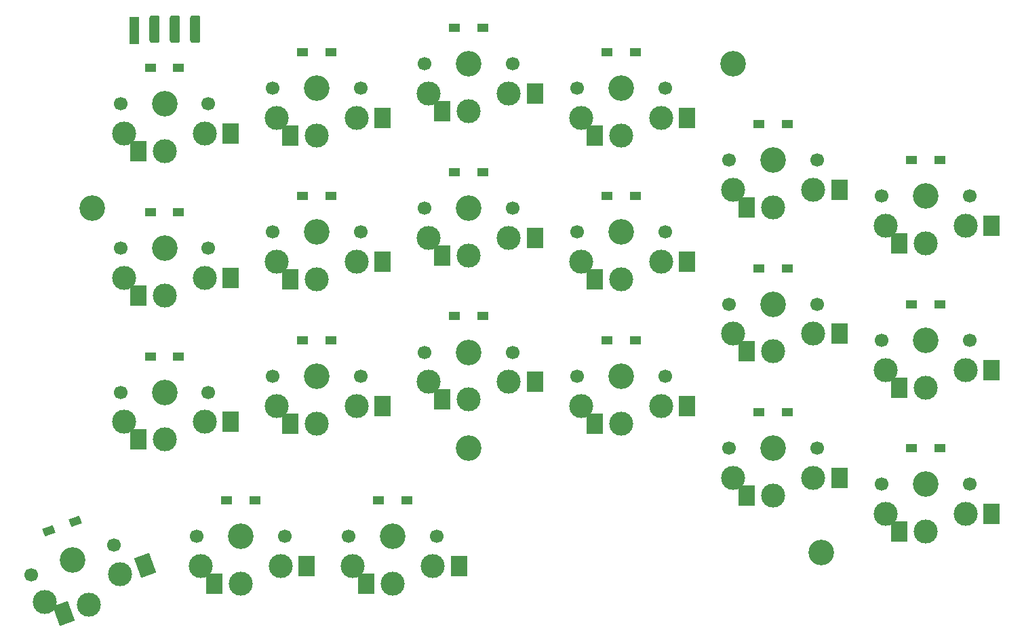
<source format=gts>
%TF.GenerationSoftware,KiCad,Pcbnew,(7.0.0-0)*%
%TF.CreationDate,2023-03-13T10:44:32+08:00*%
%TF.ProjectId,Input,496e7075-742e-46b6-9963-61645f706362,1*%
%TF.SameCoordinates,PX7bfa480PY6052340*%
%TF.FileFunction,Soldermask,Top*%
%TF.FilePolarity,Negative*%
%FSLAX46Y46*%
G04 Gerber Fmt 4.6, Leading zero omitted, Abs format (unit mm)*
G04 Created by KiCad (PCBNEW (7.0.0-0)) date 2023-03-13 10:44:32*
%MOMM*%
%LPD*%
G01*
G04 APERTURE LIST*
G04 Aperture macros list*
%AMRoundRect*
0 Rectangle with rounded corners*
0 $1 Rounding radius*
0 $2 $3 $4 $5 $6 $7 $8 $9 X,Y pos of 4 corners*
0 Add a 4 corners polygon primitive as box body*
4,1,4,$2,$3,$4,$5,$6,$7,$8,$9,$2,$3,0*
0 Add four circle primitives for the rounded corners*
1,1,$1+$1,$2,$3*
1,1,$1+$1,$4,$5*
1,1,$1+$1,$6,$7*
1,1,$1+$1,$8,$9*
0 Add four rect primitives between the rounded corners*
20,1,$1+$1,$2,$3,$4,$5,0*
20,1,$1+$1,$4,$5,$6,$7,0*
20,1,$1+$1,$6,$7,$8,$9,0*
20,1,$1+$1,$8,$9,$2,$3,0*%
%AMRotRect*
0 Rectangle, with rotation*
0 The origin of the aperture is its center*
0 $1 length*
0 $2 width*
0 $3 Rotation angle, in degrees counterclockwise*
0 Add horizontal line*
21,1,$1,$2,0,0,$3*%
G04 Aperture macros list end*
%ADD10C,3.000000*%
%ADD11R,2.000000X2.600000*%
%ADD12C,3.200000*%
%ADD13R,1.400000X1.000000*%
%ADD14RotRect,1.400000X1.000000X20.000000*%
%ADD15R,1.270000X3.429000*%
%ADD16RoundRect,0.317500X-0.317500X-1.397000X0.317500X-1.397000X0.317500X1.397000X-0.317500X1.397000X0*%
%ADD17RotRect,2.000000X2.600000X200.000000*%
%ADD18C,1.700000*%
G04 APERTURE END LIST*
D10*
%TO.C,SW17*%
X24000000Y16300000D03*
D11*
X27254999Y16299999D03*
X15697999Y14099999D03*
%TD*%
D12*
%TO.C,H1*%
X38000000Y-25000000D03*
%TD*%
D10*
%TO.C,SW29*%
X24000000Y-1700000D03*
D11*
X27254999Y-1699999D03*
X15697999Y-3899999D03*
%TD*%
D13*
%TO.C,D27*%
X55224999Y6499999D03*
X58774999Y6499999D03*
%TD*%
%TO.C,D18*%
X-1774999Y22499999D03*
X1774999Y22499999D03*
%TD*%
D10*
%TO.C,SW15*%
X62000000Y16300000D03*
D11*
X65254999Y16299999D03*
X53697999Y14099999D03*
%TD*%
D13*
%TO.C,D15*%
X55224999Y24499999D03*
X58774999Y24499999D03*
%TD*%
%TO.C,D37*%
X93224999Y-24999999D03*
X96774999Y-24999999D03*
%TD*%
%TO.C,D52*%
X26724999Y-31499999D03*
X30274999Y-31499999D03*
%TD*%
%TO.C,D16*%
X36224999Y27499999D03*
X39774999Y27499999D03*
%TD*%
D10*
%TO.C,SW26*%
X81000000Y-10700000D03*
D11*
X84254999Y-10699999D03*
X72697999Y-12899999D03*
%TD*%
D10*
%TO.C,SW38*%
X81000000Y-28700000D03*
D11*
X84254999Y-28699999D03*
X72697999Y-30899999D03*
%TD*%
D14*
%TO.C,D54*%
X-14467953Y-35307085D03*
X-11132045Y-34092913D03*
%TD*%
D10*
%TO.C,SW27*%
X62000000Y-1700000D03*
D11*
X65254999Y-1699999D03*
X53697999Y-3899999D03*
%TD*%
D13*
%TO.C,D53*%
X7724999Y-31499999D03*
X11274999Y-31499999D03*
%TD*%
%TO.C,D39*%
X55224999Y-11499999D03*
X58774999Y-11499999D03*
%TD*%
D10*
%TO.C,SW52*%
X33500000Y-39700000D03*
D11*
X36754999Y-39699999D03*
X25197999Y-41899999D03*
%TD*%
D13*
%TO.C,D42*%
X-1774999Y-13499999D03*
X1774999Y-13499999D03*
%TD*%
%TO.C,D30*%
X-1774999Y4499999D03*
X1774999Y4499999D03*
%TD*%
D10*
%TO.C,SW13*%
X100000000Y2800000D03*
D11*
X103254999Y2799999D03*
X91697999Y599999D03*
%TD*%
D13*
%TO.C,D28*%
X36224999Y9499999D03*
X39774999Y9499999D03*
%TD*%
D10*
%TO.C,SW28*%
X43000000Y1300000D03*
D11*
X46254999Y1299999D03*
X34697999Y-899999D03*
%TD*%
D12*
%TO.C,H2*%
X82000000Y-38000000D03*
%TD*%
D13*
%TO.C,D13*%
X93224999Y10999999D03*
X96774999Y10999999D03*
%TD*%
D10*
%TO.C,SW42*%
X5000000Y-21700000D03*
D11*
X8254999Y-21699999D03*
X-3301999Y-23899999D03*
%TD*%
D10*
%TO.C,SW14*%
X81000000Y7300000D03*
D11*
X84254999Y7299999D03*
X72697999Y5099999D03*
%TD*%
D10*
%TO.C,SW30*%
X5000000Y-3700000D03*
D11*
X8254999Y-3699999D03*
X-3301999Y-5899999D03*
%TD*%
D12*
%TO.C,H3*%
X71000000Y23000000D03*
%TD*%
D15*
%TO.C,J1*%
X-3809999Y27221999D03*
D16*
X-1270000Y27349000D03*
X1270000Y27349000D03*
X3810000Y27349000D03*
%TD*%
D13*
%TO.C,D26*%
X74224999Y-2499999D03*
X77774999Y-2499999D03*
%TD*%
D10*
%TO.C,SW53*%
X14499996Y-39700000D03*
D11*
X17754995Y-39699999D03*
X6197995Y-41899999D03*
%TD*%
D12*
%TO.C,H4*%
X-9000000Y5000000D03*
%TD*%
D10*
%TO.C,SW18*%
X5000000Y14300000D03*
D11*
X8254999Y14299999D03*
X-3301999Y12099999D03*
%TD*%
D10*
%TO.C,SW40*%
X43000000Y-16700000D03*
D11*
X46254999Y-16699999D03*
X34697999Y-18899999D03*
%TD*%
D10*
%TO.C,SW41*%
X24000000Y-19700000D03*
D11*
X27254999Y-19699999D03*
X15697999Y-21899999D03*
%TD*%
D13*
%TO.C,D14*%
X74224999Y15499999D03*
X77774999Y15499999D03*
%TD*%
%TO.C,D17*%
X17224999Y24499999D03*
X20774999Y24499999D03*
%TD*%
D10*
%TO.C,SW39*%
X62000000Y-19700000D03*
D11*
X65254999Y-19699999D03*
X53697999Y-21899999D03*
%TD*%
D13*
%TO.C,D40*%
X36224999Y-8499999D03*
X39774999Y-8499999D03*
%TD*%
D10*
%TO.C,SW25*%
X100000000Y-15200000D03*
D11*
X103254999Y-15199999D03*
X91697999Y-17399999D03*
%TD*%
D13*
%TO.C,D29*%
X17224999Y6499999D03*
X20774999Y6499999D03*
%TD*%
%TO.C,D25*%
X93224999Y-6999999D03*
X96774999Y-6999999D03*
%TD*%
D10*
%TO.C,SW16*%
X43000000Y19300000D03*
D11*
X46254999Y19299999D03*
X34697999Y17099999D03*
%TD*%
D10*
%TO.C,SW54*%
X-5506062Y-40730762D03*
D17*
X-2447362Y-39617485D03*
X-12554945Y-45637536D03*
%TD*%
D10*
%TO.C,SW37*%
X100000000Y-33200000D03*
D11*
X103254999Y-33199999D03*
X91697999Y-35399999D03*
%TD*%
D13*
%TO.C,D38*%
X74224999Y-20499999D03*
X77774999Y-20499999D03*
%TD*%
%TO.C,D41*%
X17224999Y-11499999D03*
X20774999Y-11499999D03*
%TD*%
D18*
%TO.C,SW20*%
X24500000Y20000000D03*
D10*
X19000000Y14100000D03*
D12*
X19000000Y20000000D03*
D10*
X14000000Y16300000D03*
D18*
X13500000Y20000000D03*
%TD*%
%TO.C,SW22*%
X62500000Y20000000D03*
D10*
X57000000Y14100000D03*
D12*
X57000000Y20000000D03*
D10*
X52000000Y16300000D03*
D18*
X51500000Y20000000D03*
%TD*%
%TO.C,SW44*%
X24500000Y-16000000D03*
D10*
X19000000Y-21900000D03*
D12*
X19000000Y-16000000D03*
D10*
X14000000Y-19700000D03*
D18*
X13500000Y-16000000D03*
%TD*%
%TO.C,SW36*%
X100500000Y-11500000D03*
D10*
X95000000Y-17400000D03*
D12*
X95000000Y-11500000D03*
D10*
X90000000Y-15200000D03*
D18*
X89500000Y-11500000D03*
%TD*%
%TO.C,SW34*%
X62500000Y2000000D03*
D10*
X57000000Y-3900000D03*
D12*
X57000000Y2000000D03*
D10*
X52000000Y-1700000D03*
D18*
X51500000Y2000000D03*
%TD*%
%TO.C,SW55*%
X-6301691Y-37082889D03*
D10*
X-9452081Y-44508186D03*
D12*
X-11470000Y-38964000D03*
D10*
X-14902989Y-44150963D03*
D18*
X-16638309Y-40845111D03*
%TD*%
%TO.C,SW21*%
X43500000Y23000000D03*
D10*
X38000000Y17100000D03*
D12*
X38000000Y23000000D03*
D10*
X33000000Y19300000D03*
D18*
X32500000Y23000000D03*
%TD*%
%TO.C,SW19*%
X5500000Y18000000D03*
D10*
X0Y12100000D03*
D12*
X0Y18000000D03*
D10*
X-5000000Y14300000D03*
D18*
X-5500000Y18000000D03*
%TD*%
%TO.C,SW45*%
X43500000Y-13000000D03*
D10*
X38000000Y-18900000D03*
D12*
X38000000Y-13000000D03*
D10*
X33000000Y-16700000D03*
D18*
X32500000Y-13000000D03*
%TD*%
%TO.C,SW33*%
X43500000Y5000000D03*
D10*
X38000000Y-900000D03*
D12*
X38000000Y5000000D03*
D10*
X33000000Y1300000D03*
D18*
X32500000Y5000000D03*
%TD*%
%TO.C,SW24*%
X100500000Y6500000D03*
D10*
X95000000Y600000D03*
D12*
X95000000Y6500000D03*
D10*
X90000000Y2800000D03*
D18*
X89500000Y6500000D03*
%TD*%
%TO.C,SW47*%
X81500000Y-25000000D03*
D10*
X76000000Y-30900000D03*
D12*
X76000000Y-25000000D03*
D10*
X71000000Y-28700000D03*
D18*
X70500000Y-25000000D03*
%TD*%
%TO.C,SW32*%
X24500000Y2000000D03*
D10*
X19000000Y-3900000D03*
D12*
X19000000Y2000000D03*
D10*
X14000000Y-1700000D03*
D18*
X13500000Y2000000D03*
%TD*%
%TO.C,SW35*%
X81500000Y-7000000D03*
D10*
X76000000Y-12900000D03*
D12*
X76000000Y-7000000D03*
D10*
X71000000Y-10700000D03*
D18*
X70500000Y-7000000D03*
%TD*%
%TO.C,SW43*%
X5500000Y-18000000D03*
D10*
X0Y-23900000D03*
D12*
X0Y-18000000D03*
D10*
X-5000000Y-21700000D03*
D18*
X-5500000Y-18000000D03*
%TD*%
%TO.C,SW31*%
X5500000Y0D03*
D10*
X0Y-5900000D03*
D12*
X0Y0D03*
D10*
X-5000000Y-3700000D03*
D18*
X-5500000Y0D03*
%TD*%
%TO.C,SW23*%
X81500000Y11000000D03*
D10*
X76000000Y5100000D03*
D12*
X76000000Y11000000D03*
D10*
X71000000Y7300000D03*
D18*
X70500000Y11000000D03*
%TD*%
%TO.C,SW48*%
X100500000Y-29500000D03*
D10*
X95000000Y-35400000D03*
D12*
X95000000Y-29500000D03*
D10*
X90000000Y-33200000D03*
D18*
X89500000Y-29500000D03*
%TD*%
%TO.C,SW46*%
X62500000Y-16000000D03*
D10*
X57000000Y-21900000D03*
D12*
X57000000Y-16000000D03*
D10*
X52000000Y-19700000D03*
D18*
X51500000Y-16000000D03*
%TD*%
%TO.C,SW56*%
X14999996Y-36000000D03*
D10*
X9499996Y-41900000D03*
D12*
X9499996Y-36000000D03*
D10*
X4499996Y-39700000D03*
D18*
X3999996Y-36000000D03*
%TD*%
%TO.C,SW57*%
X34000000Y-36000000D03*
D10*
X28500000Y-41900000D03*
D12*
X28500000Y-36000000D03*
D10*
X23500000Y-39700000D03*
D18*
X23000000Y-36000000D03*
%TD*%
M02*

</source>
